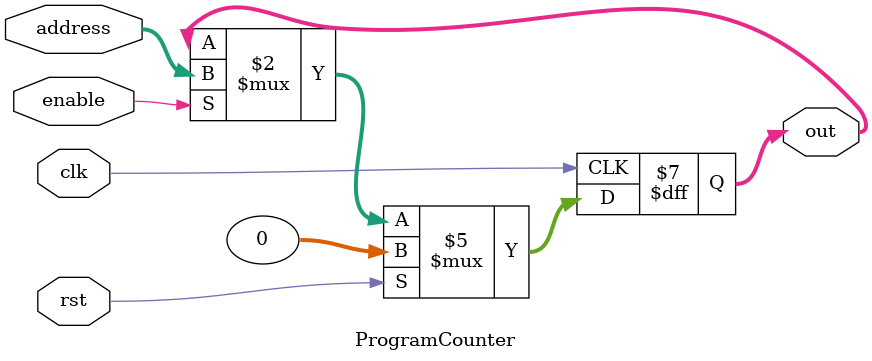
<source format=v>
`timescale 1ns / 1ps
module ProgramCounter(enable, address, out, clk, rst);
input enable, clk, rst;
input [31:0] address;
output reg [31:0] out; 

always @(posedge clk)
begin
  if(rst)
     begin 
       out <= 32'b0;
     end
  else
    begin
	   if(enable)
	    begin
	      out <= address;
	    end
	 end
end

endmodule

</source>
